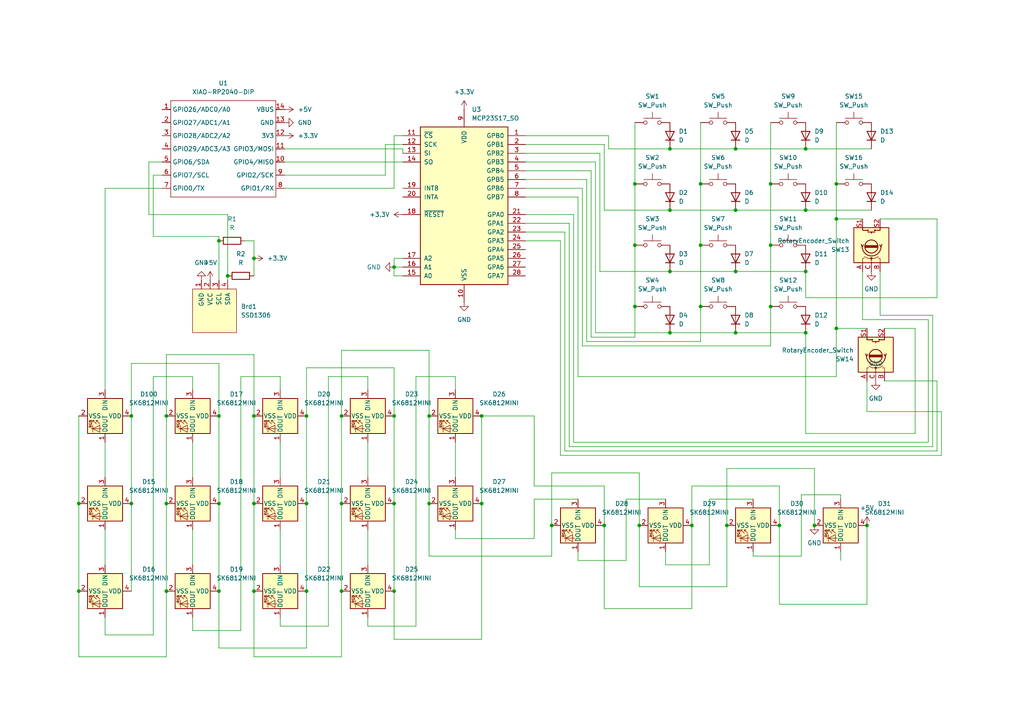
<source format=kicad_sch>
(kicad_sch (version 20231120) (generator "eeschema") (generator_version "8.0")
  (paper "A4")
  (lib_symbols
    (symbol "Device:D" (pin_numbers hide) (pin_names (offset 1.016) hide)
      (property "Reference" "D" (at 0 2.54 0))
      (property "Value" "D" (at 0 -2.54 0))
      (symbol "D_0_1"
        (polyline (pts (xy -1.27 1.27) (xy -1.27 -1.27)) (stroke (width 0.254)))
        (polyline (pts (xy 1.27 0) (xy -1.27 0)))
        (polyline (pts (xy 1.27 1.27) (xy 1.27 -1.27) (xy -1.27 0) (xy 1.27 1.27)) (stroke (width 0.254)))
      )
      (symbol "D_1_1"
        (pin passive line (at -3.81 0 0) (length 2.54) (name "K") (number "1"))
        (pin passive line (at 3.81 0 180) (length 2.54) (name "A") (number "2"))
      )
    )
    (symbol "Device:R" (pin_numbers hide) (pin_names (offset 0))
      (property "Reference" "R" (at 2.032 0 90))
      (property "Value" "R" (at 0 0 90))
      (symbol "R_0_1"
        (rectangle (start -1.016 -2.54) (end 1.016 2.54) (stroke (width 0.254)))
      )
      (symbol "R_1_1"
        (pin passive line (at 0 3.81 270) (length 1.27) (name "~") (number "1"))
        (pin passive line (at 0 -3.81 90) (length 1.27) (name "~") (number "2"))
      )
    )
    (symbol "Device:RotaryEncoder_Switch" (pin_names (offset 0.254) hide)
      (property "Reference" "SW" (at 0 6.604 0))
      (property "Value" "RotaryEncoder_Switch" (at 0 -6.604 0))
      (symbol "RotaryEncoder_Switch_0_1"
        (rectangle (start -5.08 5.08) (end 5.08 -5.08) (stroke (width 0.254)) (fill (type background)))
        (circle (center -3.81 0) (radius 0.254) (fill (type outline)))
        (circle (center -0.381 0) (radius 1.905) (stroke (width 0.254)))
        (arc (start -0.381 2.667) (mid -3.0988 -0.0635) (end -0.381 -2.794) (stroke (width 0.254)))
        (polyline (pts (xy -0.635 -1.778) (xy -0.635 1.778)) (stroke (width 0.254)))
        (polyline (pts (xy -0.381 -1.778) (xy -0.381 1.778)) (stroke (width 0.254)))
        (polyline (pts (xy -0.127 1.778) (xy -0.127 -1.778)) (stroke (width 0.254)))
        (polyline (pts (xy 3.81 0) (xy 3.429 0)) (stroke (width 0.254)))
        (polyline (pts (xy 3.81 1.016) (xy 3.81 -1.016)) (stroke (width 0.254)))
        (polyline (pts (xy -5.08 -2.54) (xy -3.81 -2.54) (xy -3.81 -2.032)))
        (polyline (pts (xy -5.08 2.54) (xy -3.81 2.54) (xy -3.81 2.032)))
        (polyline (pts (xy 0.254 -3.048) (xy -0.508 -2.794) (xy 0.127 -2.413)) (stroke (width 0.254)))
        (polyline (pts (xy 0.254 2.921) (xy -0.508 2.667) (xy 0.127 2.286)) (stroke (width 0.254)))
        (polyline (pts (xy 5.08 -2.54) (xy 4.318 -2.54) (xy 4.318 -1.016)) (stroke (width 0.254)))
        (polyline (pts (xy 5.08 2.54) (xy 4.318 2.54) (xy 4.318 1.016)) (stroke (width 0.254)))
        (polyline (pts (xy -5.08 0) (xy -3.81 0) (xy -3.81 -1.016) (xy -3.302 -2.032)))
        (polyline (pts (xy -4.318 0) (xy -3.81 0) (xy -3.81 1.016) (xy -3.302 2.032)))
        (circle (center 4.318 -1.016) (radius 0.127) (stroke (width 0.254)))
        (circle (center 4.318 1.016) (radius 0.127) (stroke (width 0.254)))
      )
      (symbol "RotaryEncoder_Switch_1_1"
        (pin passive line (at -7.62 2.54 0) (length 2.54) (name "A") (number "A"))
        (pin passive line (at -7.62 -2.54 0) (length 2.54) (name "B") (number "B"))
        (pin passive line (at -7.62 0 0) (length 2.54) (name "C") (number "C"))
        (pin passive line (at 7.62 2.54 180) (length 2.54) (name "S1") (number "S1"))
        (pin passive line (at 7.62 -2.54 180) (length 2.54) (name "S2") (number "S2"))
      )
    )
    (symbol "Interface_Expansion:MCP23S17_SO" (pin_names (offset 1.016))
      (property "Reference" "U" (at -11.43 24.13 0))
      (property "Value" "MCP23S17_SO" (at 0 0 0))
      (symbol "MCP23S17_SO_0_1"
        (rectangle (start -12.7 22.86) (end 12.7 -22.86) (stroke (width 0.254)) (fill (type background)))
      )
      (symbol "MCP23S17_SO_1_1"
        (pin bidirectional line (at 17.78 20.32 180) (length 5.08) (name "GPB0") (number "1"))
        (pin power_in line (at 0 -27.94 90) (length 5.08) (name "VSS") (number "10"))
        (pin input line (at -17.78 20.32 0) (length 5.08) (name "~{CS}") (number "11"))
        (pin input line (at -17.78 17.78 0) (length 5.08) (name "SCK") (number "12"))
        (pin input line (at -17.78 15.24 0) (length 5.08) (name "SI") (number "13"))
        (pin output line (at -17.78 12.7 0) (length 5.08) (name "SO") (number "14"))
        (pin input line (at -17.78 -20.32 0) (length 5.08) (name "A0") (number "15"))
        (pin input line (at -17.78 -17.78 0) (length 5.08) (name "A1") (number "16"))
        (pin input line (at -17.78 -15.24 0) (length 5.08) (name "A2") (number "17"))
        (pin input line (at -17.78 -2.54 0) (length 5.08) (name "~{RESET}") (number "18"))
        (pin tri_state line (at -17.78 5.08 0) (length 5.08) (name "INTB") (number "19"))
        (pin bidirectional line (at 17.78 17.78 180) (length 5.08) (name "GPB1") (number "2"))
        (pin tri_state line (at -17.78 2.54 0) (length 5.08) (name "INTA") (number "20"))
        (pin bidirectional line (at 17.78 -2.54 180) (length 5.08) (name "GPA0") (number "21"))
        (pin bidirectional line (at 17.78 -5.08 180) (length 5.08) (name "GPA1") (number "22"))
        (pin bidirectional line (at 17.78 -7.62 180) (length 5.08) (name "GPA2") (number "23"))
        (pin bidirectional line (at 17.78 -10.16 180) (length 5.08) (name "GPA3") (number "24"))
        (pin bidirectional line (at 17.78 -12.7 180) (length 5.08) (name "GPA4") (number "25"))
        (pin bidirectional line (at 17.78 -15.24 180) (length 5.08) (name "GPA5") (number "26"))
        (pin bidirectional line (at 17.78 -17.78 180) (length 5.08) (name "GPA6") (number "27"))
        (pin bidirectional line (at 17.78 -20.32 180) (length 5.08) (name "GPA7") (number "28"))
        (pin bidirectional line (at 17.78 15.24 180) (length 5.08) (name "GPB2") (number "3"))
        (pin bidirectional line (at 17.78 12.7 180) (length 5.08) (name "GPB3") (number "4"))
        (pin bidirectional line (at 17.78 10.16 180) (length 5.08) (name "GPB4") (number "5"))
        (pin bidirectional line (at 17.78 7.62 180) (length 5.08) (name "GPB5") (number "6"))
        (pin bidirectional line (at 17.78 5.08 180) (length 5.08) (name "GPB6") (number "7"))
        (pin bidirectional line (at 17.78 2.54 180) (length 5.08) (name "GPB7") (number "8"))
        (pin power_in line (at 0 27.94 270) (length 5.08) (name "VDD") (number "9"))
      )
    )
    (symbol "LED:SK6812MINI" (pin_names (offset 0.254))
      (property "Reference" "D" (at 5.08 5.715 0))
      (property "Value" "SK6812MINI" (at 1.27 -5.715 0))
      (symbol "SK6812MINI_0_0"
        (text "RGB" (at 2.286 -4.191 0) (effects (font (size 0.762 0.762))))
      )
      (symbol "SK6812MINI_0_1"
        (polyline (pts (xy 1.27 -3.556) (xy 1.778 -3.556)))
        (polyline (pts (xy 1.27 -2.54) (xy 1.778 -2.54)))
        (polyline (pts (xy 4.699 -3.556) (xy 2.667 -3.556)))
        (polyline (pts (xy 2.286 -2.54) (xy 1.27 -3.556) (xy 1.27 -3.048)))
        (polyline (pts (xy 2.286 -1.524) (xy 1.27 -2.54) (xy 1.27 -2.032)))
        (polyline (pts (xy 3.683 -1.016) (xy 3.683 -3.556) (xy 3.683 -4.064)))
        (polyline (pts (xy 4.699 -1.524) (xy 2.667 -1.524) (xy 3.683 -3.556) (xy 4.699 -1.524)))
        (rectangle (start 5.08 5.08) (end -5.08 -5.08) (stroke (width 0.254)) (fill (type background)))
      )
      (symbol "SK6812MINI_1_1"
        (pin output line (at 7.62 0 180) (length 2.54) (name "DOUT") (number "1"))
        (pin power_in line (at 0 -7.62 90) (length 2.54) (name "VSS") (number "2"))
        (pin input line (at -7.62 0 0) (length 2.54) (name "DIN") (number "3"))
        (pin power_in line (at 0 7.62 270) (length 2.54) (name "VDD") (number "4"))
      )
    )
    (symbol "OPL:XIAO-RP2040-DIP"
      (property "Reference" "U" (at 0 0 0))
      (property "Value" "XIAO-RP2040-DIP" (at 5.334 -1.778 0))
      (symbol "XIAO-RP2040-DIP_1_0"
        (polyline (pts (xy -1.27 -30.48) (xy -1.27 -16.51)) (stroke (width 0.1524)))
        (polyline (pts (xy -1.27 -27.94) (xy -2.54 -27.94)) (stroke (width 0.1524)))
        (polyline (pts (xy -1.27 -24.13) (xy -2.54 -24.13)) (stroke (width 0.1524)))
        (polyline (pts (xy -1.27 -20.32) (xy -2.54 -20.32)) (stroke (width 0.1524)))
        (polyline (pts (xy -1.27 -16.51) (xy -2.54 -16.51)) (stroke (width 0.1524)))
        (polyline (pts (xy -1.27 -16.51) (xy -1.27 -12.7)) (stroke (width 0.1524)))
        (polyline (pts (xy -1.27 -12.7) (xy -2.54 -12.7)) (stroke (width 0.1524)))
        (polyline (pts (xy -1.27 -12.7) (xy -1.27 -8.89)) (stroke (width 0.1524)))
        (polyline (pts (xy -1.27 -8.89) (xy -2.54 -8.89)) (stroke (width 0.1524)))
        (polyline (pts (xy -1.27 -8.89) (xy -1.27 -5.08)) (stroke (width 0.1524)))
        (polyline (pts (xy -1.27 -5.08) (xy -2.54 -5.08)) (stroke (width 0.1524)))
        (polyline (pts (xy -1.27 -5.08) (xy -1.27 -2.54)) (stroke (width 0.1524)))
        (polyline (pts (xy -1.27 -2.54) (xy 29.21 -2.54)) (stroke (width 0.1524)))
        (polyline (pts (xy 29.21 -30.48) (xy -1.27 -30.48)) (stroke (width 0.1524)))
        (polyline (pts (xy 29.21 -12.7) (xy 29.21 -30.48)) (stroke (width 0.1524)))
        (polyline (pts (xy 29.21 -8.89) (xy 29.21 -12.7)) (stroke (width 0.1524)))
        (polyline (pts (xy 29.21 -5.08) (xy 29.21 -8.89)) (stroke (width 0.1524)))
        (polyline (pts (xy 29.21 -2.54) (xy 29.21 -5.08)) (stroke (width 0.1524)))
        (polyline (pts (xy 30.48 -27.94) (xy 29.21 -27.94)) (stroke (width 0.1524)))
        (polyline (pts (xy 30.48 -24.13) (xy 29.21 -24.13)) (stroke (width 0.1524)))
        (polyline (pts (xy 30.48 -20.32) (xy 29.21 -20.32)) (stroke (width 0.1524)))
        (polyline (pts (xy 30.48 -16.51) (xy 29.21 -16.51)) (stroke (width 0.1524)))
        (polyline (pts (xy 30.48 -12.7) (xy 29.21 -12.7)) (stroke (width 0.1524)))
        (polyline (pts (xy 30.48 -8.89) (xy 29.21 -8.89)) (stroke (width 0.1524)))
        (polyline (pts (xy 30.48 -5.08) (xy 29.21 -5.08)) (stroke (width 0.1524)))
        (pin passive line (at -3.81 -5.08 0) (length 2.54) (name "GPIO26/ADC0/A0") (number "1"))
        (pin passive line (at 31.75 -20.32 180) (length 2.54) (name "GPIO4/MISO") (number "10"))
        (pin passive line (at 31.75 -16.51 180) (length 2.54) (name "GPIO3/MOSI") (number "11"))
        (pin passive line (at 31.75 -12.7 180) (length 2.54) (name "3V3") (number "12"))
        (pin passive line (at 31.75 -8.89 180) (length 2.54) (name "GND") (number "13"))
        (pin passive line (at 31.75 -5.08 180) (length 2.54) (name "VBUS") (number "14"))
        (pin passive line (at -3.81 -8.89 0) (length 2.54) (name "GPIO27/ADC1/A1") (number "2"))
        (pin passive line (at -3.81 -12.7 0) (length 2.54) (name "GPIO28/ADC2/A2") (number "3"))
        (pin passive line (at -3.81 -16.51 0) (length 2.54) (name "GPIO29/ADC3/A3") (number "4"))
        (pin passive line (at -3.81 -20.32 0) (length 2.54) (name "GPIO6/SDA") (number "5"))
        (pin passive line (at -3.81 -24.13 0) (length 2.54) (name "GPIO7/SCL") (number "6"))
        (pin passive line (at -3.81 -27.94 0) (length 2.54) (name "GPIO0/TX") (number "7"))
        (pin passive line (at 31.75 -27.94 180) (length 2.54) (name "GPIO1/RX") (number "8"))
        (pin passive line (at 31.75 -24.13 180) (length 2.54) (name "GPIO2/SCK") (number "9"))
      )
    )
    (symbol "Switch:SW_Push" (pin_numbers hide) (pin_names (offset 1.016) hide)
      (property "Reference" "SW" (at 1.27 2.54 0))
      (property "Value" "SW_Push" (at 0 -1.524 0))
      (symbol "SW_Push_0_1"
        (circle (center -2.032 0) (radius 0.508))
        (polyline (pts (xy 0 1.27) (xy 0 3.048)))
        (polyline (pts (xy 2.54 1.27) (xy -2.54 1.27)))
        (circle (center 2.032 0) (radius 0.508))
        (pin passive line (at -5.08 0 0) (length 2.54) (name "1") (number "1"))
        (pin passive line (at 5.08 0 180) (length 2.54) (name "2") (number "2"))
      )
    )
    (symbol "oled:SSD1306" (pin_names (offset 1.016))
      (property "Reference" "Brd" (at 0 -3.81 0))
      (property "Value" "SSD1306" (at 0 -1.27 0))
      (symbol "SSD1306_0_1"
        (rectangle (start -6.35 6.35) (end 6.35 -6.35) (fill (type background)))
      )
      (symbol "SSD1306_1_1"
        (pin input line (at -3.81 8.89 270) (length 2.54) (name "GND") (number "1"))
        (pin input line (at -1.27 8.89 270) (length 2.54) (name "VCC") (number "2"))
        (pin input line (at 1.27 8.89 270) (length 2.54) (name "SCL") (number "3"))
        (pin input line (at 3.81 8.89 270) (length 2.54) (name "SDA") (number "4"))
      )
    )
    (symbol "power:+3.3V" (power) (pin_numbers hide) (pin_names (offset 0) hide)
      (property "Value" "+3.3V" (at 0 3.556 0))
      (symbol "+3.3V_0_1"
        (polyline (pts (xy -0.762 1.27) (xy 0 2.54)))
        (polyline (pts (xy 0 0) (xy 0 2.54)))
        (polyline (pts (xy 0 2.54) (xy 0.762 1.27)))
      )
      (symbol "+3.3V_1_1"
        (pin power_in line (at 0 0 90) (length 0) (name "~") (number "1"))
      )
    )
    (symbol "power:+5V" (power) (pin_numbers hide) (pin_names (offset 0) hide)
      (property "Value" "+5V" (at 0 3.556 0))
      (symbol "+5V_0_1"
        (polyline (pts (xy -0.762 1.27) (xy 0 2.54)))
        (polyline (pts (xy 0 0) (xy 0 2.54)))
        (polyline (pts (xy 0 2.54) (xy 0.762 1.27)))
      )
      (symbol "+5V_1_1"
        (pin power_in line (at 0 0 90) (length 0) (name "~") (number "1"))
      )
    )
    (symbol "power:GND" (power) (pin_numbers hide) (pin_names (offset 0) hide)
      (property "Value" "GND" (at 0 -3.81 0))
      (symbol "GND_0_1"
        (polyline (pts (xy 0 0) (xy 0 -1.27) (xy 1.27 -1.27) (xy 0 -2.54) (xy -1.27 -1.27) (xy 0 -1.27)))
      )
      (symbol "GND_1_1"
        (pin power_in line (at 0 0 270) (length 0) (name "~") (number "1"))
      )
    )
  )
  (junction (at 213.36 43.18))
  (junction (at 88.9 120.65))
  (junction (at 63.5 146.05))
  (junction (at 22.86 171.45))
  (junction (at 114.3 146.05))
  (junction (at 73.66 171.45))
  (junction (at 184.15 53.34))
  (junction (at 242.57 53.34))
  (junction (at 99.06 171.45))
  (junction (at 194.31 96.52))
  (junction (at 203.2 71.12))
  (junction (at 184.15 88.9))
  (junction (at 251.46 152.4))
  (junction (at 73.66 120.65))
  (junction (at 114.3 120.65))
  (junction (at 203.2 88.9))
  (junction (at 213.36 96.52))
  (junction (at 242.57 95.25))
  (junction (at 114.3 77.47))
  (junction (at 73.66 146.05))
  (junction (at 210.82 152.4))
  (junction (at 233.68 60.96))
  (junction (at 73.66 74.93))
  (junction (at 233.68 43.18))
  (junction (at 226.06 152.4))
  (junction (at 63.5 69.85))
  (junction (at 139.7 120.65))
  (junction (at 233.68 78.74))
  (junction (at 194.31 60.96))
  (junction (at 124.46 146.05))
  (junction (at 184.15 71.12))
  (junction (at 22.86 146.05))
  (junction (at 223.52 71.12))
  (junction (at 139.7 146.05))
  (junction (at 124.46 120.65))
  (junction (at 114.3 171.45))
  (junction (at 236.22 152.4))
  (junction (at 66.04 80.01))
  (junction (at 213.36 60.96))
  (junction (at 242.57 63.5))
  (junction (at 88.9 146.05))
  (junction (at 213.36 78.74))
  (junction (at 63.5 171.45))
  (junction (at 48.26 120.65))
  (junction (at 194.31 43.18))
  (junction (at 88.9 171.45))
  (junction (at 63.5 120.65))
  (junction (at 160.02 152.4))
  (junction (at 223.52 53.34))
  (junction (at 233.68 96.52))
  (junction (at 48.26 171.45))
  (junction (at 48.26 146.05))
  (junction (at 185.42 152.4))
  (junction (at 99.06 120.65))
  (junction (at 194.31 78.74))
  (junction (at 99.06 146.05))
  (junction (at 223.52 88.9))
  (junction (at 200.66 152.4))
  (junction (at 38.1 120.65))
  (junction (at 38.1 146.05))
  (junction (at 175.26 152.4))
  (junction (at 203.2 53.34))
  (wire (pts (xy 38.1 105.41) (xy 63.5 105.41)))
  (wire (pts (xy 226.06 175.26) (xy 251.46 175.26)))
  (wire (pts (xy 223.52 53.34) (xy 223.52 71.12)))
  (wire (pts (xy 154.94 156.21) (xy 154.94 144.78)))
  (wire (pts (xy 236.22 135.89) (xy 236.22 152.4)))
  (wire (pts (xy 114.3 80.01) (xy 116.84 80.01)))
  (wire (pts (xy 233.68 125.73) (xy 233.68 96.52)))
  (wire (pts (xy 256.54 95.25) (xy 265.43 95.25)))
  (wire (pts (xy 88.9 187.96) (xy 88.9 171.45)))
  (wire (pts (xy 242.57 95.25) (xy 251.46 95.25)))
  (wire (pts (xy 194.31 78.74) (xy 173.99 78.74)))
  (wire (pts (xy 170.18 99.06) (xy 170.18 52.07)))
  (wire (pts (xy 82.55 43.18) (xy 116.84 43.18)))
  (wire (pts (xy 63.5 120.65) (xy 63.5 146.05)))
  (wire (pts (xy 205.74 144.78) (xy 218.44 144.78)))
  (wire (pts (xy 194.31 60.96) (xy 213.36 60.96)))
  (wire (pts (xy 185.42 152.4) (xy 185.42 170.18)))
  (wire (pts (xy 184.15 53.34) (xy 184.15 71.12)))
  (wire (pts (xy 270.51 91.44) (xy 270.51 129.54)))
  (wire (pts (xy 232.41 143.51) (xy 243.84 143.51)))
  (wire (pts (xy 223.52 35.56) (xy 223.52 53.34)))
  (wire (pts (xy 271.78 110.49) (xy 271.78 130.81)))
  (wire (pts (xy 66.04 62.23) (xy 43.18 62.23)))
  (wire (pts (xy 111.76 41.91) (xy 111.76 50.8)))
  (wire (pts (xy 69.85 109.22) (xy 81.28 109.22)))
  (wire (pts (xy 114.3 120.65) (xy 114.3 146.05)))
  (wire (pts (xy 194.31 78.74) (xy 213.36 78.74)))
  (wire (pts (xy 66.04 81.28) (xy 66.04 80.01)))
  (wire (pts (xy 168.91 54.61) (xy 152.4 54.61)))
  (wire (pts (xy 71.12 69.85) (xy 73.66 69.85)))
  (wire (pts (xy 114.3 146.05) (xy 114.3 171.45)))
  (wire (pts (xy 22.86 146.05) (xy 22.86 171.45)))
  (wire (pts (xy 223.52 100.33) (xy 168.91 100.33)))
  (wire (pts (xy 242.57 63.5) (xy 242.57 95.25)))
  (wire (pts (xy 48.26 120.65) (xy 48.26 102.87)))
  (wire (pts (xy 184.15 35.56) (xy 184.15 53.34)))
  (wire (pts (xy 242.57 63.5) (xy 250.19 63.5)))
  (wire (pts (xy 44.45 184.15) (xy 44.45 109.22)))
  (wire (pts (xy 270.51 129.54) (xy 165.1 129.54)))
  (wire (pts (xy 167.64 109.22) (xy 167.64 57.15)))
  (wire (pts (xy 48.26 102.87) (xy 73.66 102.87)))
  (wire (pts (xy 200.66 176.53) (xy 200.66 152.4)))
  (wire (pts (xy 114.3 77.47) (xy 116.84 77.47)))
  (wire (pts (xy 154.94 140.97) (xy 154.94 120.65)))
  (wire (pts (xy 232.41 161.29) (xy 232.41 143.51)))
  (wire (pts (xy 213.36 78.74) (xy 233.68 78.74)))
  (wire (pts (xy 242.57 95.25) (xy 242.57 109.22)))
  (wire (pts (xy 175.26 60.96) (xy 175.26 41.91)))
  (wire (pts (xy 265.43 95.25) (xy 265.43 125.73)))
  (wire (pts (xy 160.02 161.29) (xy 160.02 152.4)))
  (wire (pts (xy 124.46 146.05) (xy 124.46 161.29)))
  (wire (pts (xy 114.3 77.47) (xy 114.3 80.01)))
  (wire (pts (xy 38.1 171.45) (xy 38.1 146.05)))
  (wire (pts (xy 30.48 184.15) (xy 44.45 184.15)))
  (wire (pts (xy 95.25 109.22) (xy 106.68 109.22)))
  (wire (pts (xy 111.76 50.8) (xy 82.55 50.8)))
  (wire (pts (xy 30.48 179.07) (xy 30.48 184.15)))
  (wire (pts (xy 132.08 153.67) (xy 132.08 156.21)))
  (wire (pts (xy 30.48 128.27) (xy 30.48 138.43)))
  (wire (pts (xy 114.3 54.61) (xy 114.3 39.37)))
  (wire (pts (xy 55.88 109.22) (xy 55.88 113.03)))
  (wire (pts (xy 38.1 120.65) (xy 38.1 105.41)))
  (wire (pts (xy 48.26 146.05) (xy 48.26 120.65)))
  (wire (pts (xy 30.48 153.67) (xy 30.48 163.83)))
  (wire (pts (xy 22.86 171.45) (xy 22.86 190.5)))
  (wire (pts (xy 194.31 60.96) (xy 175.26 60.96)))
  (wire (pts (xy 81.28 153.67) (xy 81.28 163.83)))
  (wire (pts (xy 43.18 62.23) (xy 43.18 46.99)))
  (wire (pts (xy 116.84 41.91) (xy 111.76 41.91)))
  (wire (pts (xy 166.37 62.23) (xy 152.4 62.23)))
  (wire (pts (xy 124.46 101.6) (xy 124.46 120.65)))
  (wire (pts (xy 273.05 132.08) (xy 162.56 132.08)))
  (wire (pts (xy 165.1 129.54) (xy 165.1 64.77)))
  (wire (pts (xy 242.57 53.34) (xy 242.57 63.5)))
  (wire (pts (xy 73.66 69.85) (xy 73.66 74.93)))
  (wire (pts (xy 175.26 176.53) (xy 200.66 176.53)))
  (wire (pts (xy 226.06 152.4) (xy 226.06 175.26)))
  (wire (pts (xy 172.72 96.52) (xy 172.72 46.99)))
  (wire (pts (xy 81.28 181.61) (xy 95.25 181.61)))
  (wire (pts (xy 250.19 78.74) (xy 250.19 92.71)))
  (wire (pts (xy 194.31 43.18) (xy 176.53 43.18)))
  (wire (pts (xy 218.44 161.29) (xy 232.41 161.29)))
  (wire (pts (xy 193.04 160.02) (xy 193.04 163.83)))
  (wire (pts (xy 213.36 43.18) (xy 233.68 43.18)))
  (wire (pts (xy 106.68 179.07) (xy 106.68 181.61)))
  (wire (pts (xy 106.68 109.22) (xy 106.68 113.03)))
  (wire (pts (xy 55.88 128.27) (xy 55.88 138.43)))
  (wire (pts (xy 106.68 181.61) (xy 120.65 181.61)))
  (wire (pts (xy 184.15 71.12) (xy 184.15 88.9)))
  (wire (pts (xy 44.45 68.58) (xy 44.45 50.8)))
  (wire (pts (xy 251.46 119.38) (xy 273.05 119.38)))
  (wire (pts (xy 114.3 39.37) (xy 116.84 39.37)))
  (wire (pts (xy 82.55 46.99) (xy 116.84 46.99)))
  (wire (pts (xy 218.44 161.29) (xy 218.44 160.02)))
  (wire (pts (xy 38.1 146.05) (xy 38.1 120.65)))
  (wire (pts (xy 271.78 130.81) (xy 163.83 130.81)))
  (wire (pts (xy 69.85 182.88) (xy 69.85 109.22)))
  (wire (pts (xy 162.56 69.85) (xy 152.4 69.85)))
  (wire (pts (xy 43.18 46.99) (xy 46.99 46.99)))
  (wire (pts (xy 55.88 179.07) (xy 55.88 182.88)))
  (wire (pts (xy 139.7 185.42) (xy 139.7 146.05)))
  (wire (pts (xy 213.36 96.52) (xy 233.68 96.52)))
  (wire (pts (xy 171.45 97.79) (xy 171.45 49.53)))
  (wire (pts (xy 243.84 160.02) (xy 243.84 162.56)))
  (wire (pts (xy 203.2 71.12) (xy 203.2 88.9)))
  (wire (pts (xy 124.46 120.65) (xy 124.46 146.05)))
  (wire (pts (xy 233.68 60.96) (xy 252.73 60.96)))
  (wire (pts (xy 210.82 170.18) (xy 210.82 152.4)))
  (wire (pts (xy 242.57 35.56) (xy 242.57 53.34)))
  (wire (pts (xy 30.48 113.03) (xy 30.48 54.61)))
  (wire (pts (xy 120.65 181.61) (xy 120.65 109.22)))
  (wire (pts (xy 63.5 69.85) (xy 63.5 68.58)))
  (wire (pts (xy 273.05 119.38) (xy 273.05 132.08)))
  (wire (pts (xy 120.65 109.22) (xy 132.08 109.22)))
  (wire (pts (xy 88.9 146.05) (xy 88.9 120.65)))
  (wire (pts (xy 132.08 128.27) (xy 132.08 138.43)))
  (wire (pts (xy 242.57 109.22) (xy 167.64 109.22)))
  (wire (pts (xy 184.15 88.9) (xy 184.15 97.79)))
  (wire (pts (xy 22.86 190.5) (xy 48.26 190.5)))
  (wire (pts (xy 233.68 86.36) (xy 233.68 78.74)))
  (wire (pts (xy 184.15 97.79) (xy 171.45 97.79)))
  (wire (pts (xy 63.5 146.05) (xy 63.5 171.45)))
  (wire (pts (xy 95.25 181.61) (xy 95.25 109.22)))
  (wire (pts (xy 194.31 43.18) (xy 213.36 43.18)))
  (wire (pts (xy 194.31 96.52) (xy 172.72 96.52)))
  (wire (pts (xy 173.99 78.74) (xy 173.99 44.45)))
  (wire (pts (xy 88.9 171.45) (xy 88.9 146.05)))
  (wire (pts (xy 55.88 182.88) (xy 69.85 182.88)))
  (wire (pts (xy 213.36 60.96) (xy 233.68 60.96)))
  (wire (pts (xy 175.26 140.97) (xy 154.94 140.97)))
  (wire (pts (xy 73.66 74.93) (xy 73.66 80.01)))
  (wire (pts (xy 250.19 92.71) (xy 269.24 92.71)))
  (wire (pts (xy 172.72 46.99) (xy 152.4 46.99)))
  (wire (pts (xy 233.68 86.36) (xy 271.78 86.36)))
  (wire (pts (xy 139.7 146.05) (xy 139.7 120.65)))
  (wire (pts (xy 223.52 71.12) (xy 223.52 88.9)))
  (wire (pts (xy 269.24 92.71) (xy 269.24 128.27)))
  (wire (pts (xy 114.3 185.42) (xy 139.7 185.42)))
  (wire (pts (xy 243.84 143.51) (xy 243.84 144.78)))
  (wire (pts (xy 132.08 109.22) (xy 132.08 113.03)))
  (wire (pts (xy 124.46 161.29) (xy 160.02 161.29)))
  (wire (pts (xy 63.5 81.28) (xy 63.5 69.85)))
  (wire (pts (xy 175.26 152.4) (xy 175.26 140.97)))
  (wire (pts (xy 99.06 146.05) (xy 99.06 120.65)))
  (wire (pts (xy 210.82 135.89) (xy 236.22 135.89)))
  (wire (pts (xy 63.5 171.45) (xy 63.5 187.96)))
  (wire (pts (xy 73.66 102.87) (xy 73.66 120.65)))
  (wire (pts (xy 233.68 43.18) (xy 252.73 43.18)))
  (wire (pts (xy 173.99 44.45) (xy 152.4 44.45)))
  (wire (pts (xy 63.5 105.41) (xy 63.5 120.65)))
  (wire (pts (xy 81.28 128.27) (xy 81.28 138.43)))
  (wire (pts (xy 63.5 187.96) (xy 88.9 187.96)))
  (wire (pts (xy 255.27 91.44) (xy 270.51 91.44)))
  (wire (pts (xy 176.53 39.37) (xy 152.4 39.37)))
  (wire (pts (xy 203.2 35.56) (xy 203.2 53.34)))
  (wire (pts (xy 167.64 57.15) (xy 152.4 57.15)))
  (wire (pts (xy 251.46 110.49) (xy 251.46 119.38)))
  (wire (pts (xy 55.88 153.67) (xy 55.88 163.83)))
  (wire (pts (xy 256.54 110.49) (xy 271.78 110.49)))
  (wire (pts (xy 160.02 137.16) (xy 185.42 137.16)))
  (wire (pts (xy 203.2 88.9) (xy 203.2 99.06)))
  (wire (pts (xy 226.06 140.97) (xy 226.06 152.4)))
  (wire (pts (xy 271.78 63.5) (xy 271.78 86.36)))
  (wire (pts (xy 181.61 144.78) (xy 193.04 144.78)))
  (wire (pts (xy 200.66 152.4) (xy 200.66 140.97)))
  (wire (pts (xy 251.46 175.26) (xy 251.46 152.4)))
  (wire (pts (xy 63.5 68.58) (xy 44.45 68.58)))
  (wire (pts (xy 255.27 78.74) (xy 255.27 91.44)))
  (wire (pts (xy 185.42 170.18) (xy 210.82 170.18)))
  (wire (pts (xy 168.91 100.33) (xy 168.91 54.61)))
  (wire (pts (xy 82.55 54.61) (xy 114.3 54.61)))
  (wire (pts (xy 99.06 171.45) (xy 99.06 146.05)))
  (wire (pts (xy 132.08 156.21) (xy 154.94 156.21)))
  (wire (pts (xy 205.74 163.83) (xy 205.74 144.78)))
  (wire (pts (xy 48.26 171.45) (xy 48.26 146.05)))
  (wire (pts (xy 176.53 43.18) (xy 176.53 39.37)))
  (wire (pts (xy 194.31 96.52) (xy 213.36 96.52)))
  (wire (pts (xy 167.64 162.56) (xy 181.61 162.56)))
  (wire (pts (xy 44.45 109.22) (xy 55.88 109.22)))
  (wire (pts (xy 154.94 120.65) (xy 139.7 120.65)))
  (wire (pts (xy 22.86 120.65) (xy 22.86 146.05)))
  (wire (pts (xy 223.52 88.9) (xy 223.52 100.33)))
  (wire (pts (xy 175.26 152.4) (xy 175.26 176.53)))
  (wire (pts (xy 81.28 179.07) (xy 81.28 181.61)))
  (wire (pts (xy 154.94 144.78) (xy 167.64 144.78)))
  (wire (pts (xy 73.66 171.45) (xy 73.66 190.5)))
  (wire (pts (xy 163.83 67.31) (xy 152.4 67.31)))
  (wire (pts (xy 81.28 109.22) (xy 81.28 113.03)))
  (wire (pts (xy 165.1 64.77) (xy 152.4 64.77)))
  (wire (pts (xy 193.04 163.83) (xy 205.74 163.83)))
  (wire (pts (xy 163.83 130.81) (xy 163.83 67.31)))
  (wire (pts (xy 203.2 99.06) (xy 170.18 99.06)))
  (wire (pts (xy 114.3 171.45) (xy 114.3 185.42)))
  (wire (pts (xy 88.9 120.65) (xy 88.9 106.68)))
  (wire (pts (xy 114.3 74.93) (xy 116.84 74.93)))
  (wire (pts (xy 166.37 128.27) (xy 166.37 62.23)))
  (wire (pts (xy 185.42 137.16) (xy 185.42 152.4)))
  (wire (pts (xy 167.64 160.02) (xy 167.64 162.56)))
  (wire (pts (xy 88.9 106.68) (xy 114.3 106.68)))
  (wire (pts (xy 99.06 120.65) (xy 99.06 101.6)))
  (wire (pts (xy 48.26 190.5) (xy 48.26 171.45)))
  (wire (pts (xy 73.66 120.65) (xy 73.66 146.05)))
  (wire (pts (xy 99.06 101.6) (xy 124.46 101.6)))
  (wire (pts (xy 114.3 77.47) (xy 114.3 74.93)))
  (wire (pts (xy 171.45 49.53) (xy 152.4 49.53)))
  (wire (pts (xy 30.48 54.61) (xy 46.99 54.61)))
  (wire (pts (xy 269.24 128.27) (xy 166.37 128.27)))
  (wire (pts (xy 106.68 153.67) (xy 106.68 163.83)))
  (wire (pts (xy 73.66 146.05) (xy 73.66 171.45)))
  (wire (pts (xy 114.3 106.68) (xy 114.3 120.65)))
  (wire (pts (xy 73.66 190.5) (xy 99.06 190.5)))
  (wire (pts (xy 160.02 152.4) (xy 160.02 137.16)))
  (wire (pts (xy 210.82 152.4) (xy 210.82 135.89)))
  (wire (pts (xy 99.06 190.5) (xy 99.06 171.45)))
  (wire (pts (xy 181.61 162.56) (xy 181.61 144.78)))
  (wire (pts (xy 116.84 43.18) (xy 116.84 44.45)))
  (wire (pts (xy 255.27 63.5) (xy 271.78 63.5)))
  (wire (pts (xy 162.56 132.08) (xy 162.56 69.85)))
  (wire (pts (xy 44.45 50.8) (xy 46.99 50.8)))
  (wire (pts (xy 265.43 125.73) (xy 233.68 125.73)))
  (wire (pts (xy 106.68 128.27) (xy 106.68 138.43)))
  (wire (pts (xy 175.26 41.91) (xy 152.4 41.91)))
  (wire (pts (xy 203.2 53.34) (xy 203.2 71.12)))
  (wire (pts (xy 66.04 80.01) (xy 66.04 62.23)))
  (wire (pts (xy 200.66 140.97) (xy 226.06 140.97)))
  (wire (pts (xy 170.18 52.07) (xy 152.4 52.07)))
  (symbol (lib_id "Switch:SW_Push") (at 247.65 35.56 0) (unit 1)
    (property "Reference" "SW15" (at 247.65 27.94 0))
    (property "Value" "SW_Push" (at 247.65 30.48 0))
    (property "Footprint" "Button_Switch_Keyboard:SW_Cherry_MX_1.00u_PCB" (effects (hide yes)))
    (property "Description" "Push button switch, generic, two pins" (effects (hide yes)))
  )
  (symbol (lib_id "Device:D") (at 194.31 92.71 90) (unit 1)
    (property "Reference" "D4" (at 196.85 91.4399 90) (effects (justify right)))
    (property "Value" "D" (at 196.85 93.9799 90) (effects (justify right)))
    (property "Footprint" "Diode_THT:D_DO-35_SOD27_P7.62mm_Horizontal" (effects (hide yes)))
    (property "Description" "Diode" (effects (hide yes)))
    (property "Sim.Device" "D" (effects (hide yes)))
    (property "Sim.Pins" "1=K 2=A" (effects (hide yes)))
  )
  (symbol (lib_id "OPL:XIAO-RP2040-DIP") (at 50.8 26.67 0) (unit 1)
    (property "Reference" "U1" (at 64.77 24.13 0))
    (property "Value" "XIAO-RP2040-DIP" (at 64.77 26.67 0))
    (property "Footprint" "OPL:XIAO-RP2040-DIP" (effects (hide yes)))
  )
  (symbol (lib_id "Switch:SW_Push") (at 208.28 35.56 0) (unit 1)
    (property "Reference" "SW5" (at 208.28 27.94 0))
    (property "Value" "SW_Push" (at 208.28 30.48 0))
    (property "Footprint" "Button_Switch_Keyboard:SW_Cherry_MX_1.00u_PCB" (effects (hide yes)))
    (property "Description" "Push button switch, generic, two pins" (effects (hide yes)))
  )
  (symbol (lib_id "LED:SK6812MINI") (at 30.48 171.45 270) (unit 1)
    (property "Reference" "D16" (at 43.18 165.1314 90))
    (property "Value" "SK6812MINI" (at 43.18 167.6714 90))
    (property "Footprint" "led:SK6812MINI-E" (effects (hide yes)))
    (property "Datasheet" "https://cdn-shop.adafruit.com/product-files/2686/SK6812MINI_REV.01-1-2.pdf" (effects (hide yes)))
    (property "Description" "RGB LED with integrated controller" (effects (hide yes)))
  )
  (symbol (lib_id "LED:SK6812MINI") (at 132.08 120.65 270) (unit 1)
    (property "Reference" "D26" (at 144.78 114.3314 90))
    (property "Value" "SK6812MINI" (at 144.78 116.8714 90))
    (property "Footprint" "led:SK6812MINI-E" (effects (hide yes)))
    (property "Datasheet" "https://cdn-shop.adafruit.com/product-files/2686/SK6812MINI_REV.01-1-2.pdf" (effects (hide yes)))
    (property "Description" "RGB LED with integrated controller" (effects (hide yes)))
  )
  (symbol (lib_id "LED:SK6812MINI") (at 30.48 120.65 270) (unit 1)
    (property "Reference" "D100" (at 43.18 114.3314 90))
    (property "Value" "SK6812MINI" (at 43.18 116.8714 90))
    (property "Footprint" "led:SK6812MINI-E" (effects (hide yes)))
    (property "Datasheet" "https://cdn-shop.adafruit.com/product-files/2686/SK6812MINI_REV.01-1-2.pdf" (effects (hide yes)))
    (property "Description" "RGB LED with integrated controller" (effects (hide yes)))
  )
  (symbol (lib_id "oled:SSD1306") (at 62.23 90.17 0) (unit 1)
    (property "Reference" "Brd1" (at 69.85 88.8999 0) (effects (justify left)))
    (property "Value" "SSD1306" (at 69.85 91.4399 0) (effects (justify left)))
    (property "Footprint" "oled:128x64OLED" (effects (hide yes)))
    (property "Description" "SSD1306 OLED" (effects (hide yes)))
  )
  (symbol (lib_id "LED:SK6812MINI") (at 30.48 146.05 270) (unit 1)
    (property "Reference" "D15" (at 43.18 139.7314 90))
    (property "Value" "SK6812MINI" (at 43.18 142.2714 90))
    (property "Footprint" "led:SK6812MINI-E" (effects (hide yes)))
    (property "Datasheet" "https://cdn-shop.adafruit.com/product-files/2686/SK6812MINI_REV.01-1-2.pdf" (effects (hide yes)))
    (property "Description" "RGB LED with integrated controller" (effects (hide yes)))
  )
  (symbol (lib_id "power:+3.3V") (at 134.62 31.75 0) (unit 1)
    (property "Reference" "#PWR08" (effects (hide yes)))
    (property "Value" "+3.3V" (at 134.62 26.67 0))
    (property "Description" "Power symbol creates a global label with name \"+3.3V\"" (effects (hide yes)))
  )
  (symbol (lib_id "Switch:SW_Push") (at 189.23 35.56 0) (unit 1)
    (property "Reference" "SW1" (at 189.23 27.94 0))
    (property "Value" "SW_Push" (at 189.23 30.48 0))
    (property "Footprint" "Button_Switch_Keyboard:SW_Cherry_MX_1.00u_PCB" (effects (hide yes)))
    (property "Description" "Push button switch, generic, two pins" (effects (hide yes)))
  )
  (symbol (lib_id "LED:SK6812MINI") (at 243.84 152.4 270) (unit 1)
    (property "Reference" "D31" (at 256.54 146.0814 90))
    (property "Value" "SK6812MINI" (at 256.54 148.6214 90))
    (property "Footprint" "led:SK6812MINI-E" (effects (hide yes)))
    (property "Datasheet" "https://cdn-shop.adafruit.com/product-files/2686/SK6812MINI_REV.01-1-2.pdf" (effects (hide yes)))
    (property "Description" "RGB LED with integrated controller" (effects (hide yes)))
  )
  (symbol (lib_id "power:+5V") (at 251.46 152.4 0) (unit 1)
    (property "Reference" "#PWR015" (effects (hide yes)))
    (property "Value" "+5V" (at 251.46 147.32 0))
    (property "Description" "Power symbol creates a global label with name \"+5V\"" (effects (hide yes)))
  )
  (symbol (lib_id "Device:D") (at 213.36 57.15 90) (unit 1)
    (property "Reference" "D6" (at 215.9 55.8799 90) (effects (justify right)))
    (property "Value" "D" (at 215.9 58.4199 90) (effects (justify right)))
    (property "Footprint" "Diode_THT:D_DO-35_SOD27_P7.62mm_Horizontal" (effects (hide yes)))
    (property "Description" "Diode" (effects (hide yes)))
    (property "Sim.Device" "D" (effects (hide yes)))
    (property "Sim.Pins" "1=K 2=A" (effects (hide yes)))
  )
  (symbol (lib_id "LED:SK6812MINI") (at 193.04 152.4 270) (unit 1)
    (property "Reference" "D29" (at 205.74 146.0814 90))
    (property "Value" "SK6812MINI" (at 205.74 148.6214 90))
    (property "Footprint" "led:SK6812MINI-E" (effects (hide yes)))
    (property "Datasheet" "https://cdn-shop.adafruit.com/product-files/2686/SK6812MINI_REV.01-1-2.pdf" (effects (hide yes)))
    (property "Description" "RGB LED with integrated controller" (effects (hide yes)))
  )
  (symbol (lib_id "Device:D") (at 233.68 57.15 90) (unit 1)
    (property "Reference" "D10" (at 236.22 55.8799 90) (effects (justify right)))
    (property "Value" "D" (at 236.22 58.4199 90) (effects (justify right)))
    (property "Footprint" "Diode_THT:D_DO-35_SOD27_P7.62mm_Horizontal" (effects (hide yes)))
    (property "Description" "Diode" (effects (hide yes)))
    (property "Sim.Device" "D" (effects (hide yes)))
    (property "Sim.Pins" "1=K 2=A" (effects (hide yes)))
  )
  (symbol (lib_id "Interface_Expansion:MCP23S17_SO") (at 134.62 59.69 0) (unit 1)
    (property "Reference" "U3" (at 136.8141 31.75 0) (effects (justify left)))
    (property "Value" "MCP23S17_SO" (at 136.8141 34.29 0) (effects (justify left)))
    (property "Footprint" "Package_SO:SOIC-28W_7.5x17.9mm_P1.27mm" (effects (hide yes)))
    (property "Datasheet" "http://ww1.microchip.com/downloads/en/DeviceDoc/20001952C.pdf" (effects (hide yes)))
    (property "Description" "16-bit I/O expander, SPI, interrupts, w pull-ups, SOIC-28" (effects (hide yes)))
  )
  (symbol (lib_id "Device:D") (at 213.36 39.37 90) (unit 1)
    (property "Reference" "D5" (at 215.9 38.0999 90) (effects (justify right)))
    (property "Value" "D" (at 215.9 40.6399 90) (effects (justify right)))
    (property "Footprint" "Diode_THT:D_DO-35_SOD27_P7.62mm_Horizontal" (effects (hide yes)))
    (property "Description" "Diode" (effects (hide yes)))
    (property "Sim.Device" "D" (effects (hide yes)))
    (property "Sim.Pins" "1=K 2=A" (effects (hide yes)))
  )
  (symbol (lib_id "LED:SK6812MINI") (at 106.68 146.05 270) (unit 1)
    (property "Reference" "D24" (at 119.38 139.7314 90))
    (property "Value" "SK6812MINI" (at 119.38 142.2714 90))
    (property "Footprint" "led:SK6812MINI-E" (effects (hide yes)))
    (property "Datasheet" "https://cdn-shop.adafruit.com/product-files/2686/SK6812MINI_REV.01-1-2.pdf" (effects (hide yes)))
    (property "Description" "RGB LED with integrated controller" (effects (hide yes)))
  )
  (symbol (lib_id "Device:D") (at 194.31 74.93 90) (unit 1)
    (property "Reference" "D3" (at 196.85 73.6599 90) (effects (justify right)))
    (property "Value" "D" (at 196.85 76.1999 90) (effects (justify right)))
    (property "Footprint" "Diode_THT:D_DO-35_SOD27_P7.62mm_Horizontal" (effects (hide yes)))
    (property "Description" "Diode" (effects (hide yes)))
    (property "Sim.Device" "D" (effects (hide yes)))
    (property "Sim.Pins" "1=K 2=A" (effects (hide yes)))
  )
  (symbol (lib_id "power:GND") (at 252.73 78.74 0) (unit 1)
    (property "Reference" "#PWR01" (effects (hide yes)))
    (property "Value" "GND" (at 252.73 83.82 0))
    (property "Description" "Power symbol creates a global label with name \"GND\" , ground" (effects (hide yes)))
  )
  (symbol (lib_id "Switch:SW_Push") (at 189.23 71.12 0) (unit 1)
    (property "Reference" "SW3" (at 189.23 63.5 0))
    (property "Value" "SW_Push" (at 189.23 66.04 0))
    (property "Footprint" "Button_Switch_Keyboard:SW_Cherry_MX_1.00u_PCB" (effects (hide yes)))
    (property "Description" "Push button switch, generic, two pins" (effects (hide yes)))
  )
  (symbol (lib_id "power:+3.3V") (at 82.55 39.37 270) (unit 1)
    (property "Reference" "#PWR013" (effects (hide yes)))
    (property "Value" "+3.3V" (at 86.36 39.3699 90) (effects (justify left)))
    (property "Description" "Power symbol creates a global label with name \"+3.3V\"" (effects (hide yes)))
  )
  (symbol (lib_id "Switch:SW_Push") (at 228.6 71.12 0) (unit 1)
    (property "Reference" "SW11" (at 228.6 63.5 0))
    (property "Value" "SW_Push" (at 228.6 66.04 0))
    (property "Footprint" "Button_Switch_Keyboard:SW_Cherry_MX_1.00u_PCB" (effects (hide yes)))
    (property "Description" "Push button switch, generic, two pins" (effects (hide yes)))
  )
  (symbol (lib_id "LED:SK6812MINI") (at 218.44 152.4 270) (unit 1)
    (property "Reference" "D30" (at 231.14 146.0814 90))
    (property "Value" "SK6812MINI" (at 231.14 148.6214 90))
    (property "Footprint" "led:SK6812MINI-E" (effects (hide yes)))
    (property "Datasheet" "https://cdn-shop.adafruit.com/product-files/2686/SK6812MINI_REV.01-1-2.pdf" (effects (hide yes)))
    (property "Description" "RGB LED with integrated controller" (effects (hide yes)))
  )
  (symbol (lib_id "Device:D") (at 213.36 92.71 90) (unit 1)
    (property "Reference" "D8" (at 215.9 91.4399 90) (effects (justify right)))
    (property "Value" "D" (at 215.9 93.9799 90) (effects (justify right)))
    (property "Footprint" "Diode_THT:D_DO-35_SOD27_P7.62mm_Horizontal" (effects (hide yes)))
    (property "Description" "Diode" (effects (hide yes)))
    (property "Sim.Device" "D" (effects (hide yes)))
    (property "Sim.Pins" "1=K 2=A" (effects (hide yes)))
  )
  (symbol (lib_id "power:GND") (at 58.42 81.28 180) (unit 1)
    (property "Reference" "#PWR05" (effects (hide yes)))
    (property "Value" "GND" (at 58.42 76.2 0))
    (property "Description" "Power symbol creates a global label with name \"GND\" , ground" (effects (hide yes)))
  )
  (symbol (lib_id "Device:D") (at 233.68 74.93 90) (unit 1)
    (property "Reference" "D11" (at 236.22 73.6599 90) (effects (justify right)))
    (property "Value" "D" (at 236.22 76.1999 90) (effects (justify right)))
    (property "Footprint" "Diode_THT:D_DO-35_SOD27_P7.62mm_Horizontal" (effects (hide yes)))
    (property "Description" "Diode" (effects (hide yes)))
    (property "Sim.Device" "D" (effects (hide yes)))
    (property "Sim.Pins" "1=K 2=A" (effects (hide yes)))
  )
  (symbol (lib_id "Switch:SW_Push") (at 189.23 88.9 0) (unit 1)
    (property "Reference" "SW4" (at 189.23 81.28 0))
    (property "Value" "SW_Push" (at 189.23 83.82 0))
    (property "Footprint" "Button_Switch_Keyboard:SW_Cherry_MX_1.00u_PCB" (effects (hide yes)))
    (property "Description" "Push button switch, generic, two pins" (effects (hide yes)))
  )
  (symbol (lib_id "Device:D") (at 252.73 57.15 90) (unit 1)
    (property "Reference" "D14" (at 255.27 55.8799 90) (effects (justify right)))
    (property "Value" "D" (at 255.27 58.4199 90) (effects (justify right)))
    (property "Footprint" "Diode_THT:D_DO-35_SOD27_P7.62mm_Horizontal" (effects (hide yes)))
    (property "Description" "Diode" (effects (hide yes)))
    (property "Sim.Device" "D" (effects (hide yes)))
    (property "Sim.Pins" "1=K 2=A" (effects (hide yes)))
  )
  (symbol (lib_id "power:GND") (at 254 100.33 0) (unit 1)
    (property "Reference" "#PWR02" (effects (hide yes)))
    (property "Value" "GND" (at 254 105.41 0))
    (property "Description" "Power symbol creates a global label with name \"GND\" , ground" (effects (hide yes)))
  )
  (symbol (lib_id "LED:SK6812MINI") (at 55.88 146.05 270) (unit 1)
    (property "Reference" "D18" (at 68.58 139.7314 90))
    (property "Value" "SK6812MINI" (at 68.58 142.2714 90))
    (property "Footprint" "led:SK6812MINI-E" (effects (hide yes)))
    (property "Datasheet" "https://cdn-shop.adafruit.com/product-files/2686/SK6812MINI_REV.01-1-2.pdf" (effects (hide yes)))
    (property "Description" "RGB LED with integrated controller" (effects (hide yes)))
  )
  (symbol (lib_id "Switch:SW_Push") (at 228.6 53.34 0) (unit 1)
    (property "Reference" "SW10" (at 228.6 45.72 0))
    (property "Value" "SW_Push" (at 228.6 48.26 0))
    (property "Footprint" "Button_Switch_Keyboard:SW_Cherry_MX_1.00u_PCB" (effects (hide yes)))
    (property "Description" "Push button switch, generic, two pins" (effects (hide yes)))
  )
  (symbol (lib_id "power:GND") (at 114.3 77.47 270) (unit 1)
    (property "Reference" "#PWR010" (effects (hide yes)))
    (property "Value" "GND" (at 110.49 77.4699 90) (effects (justify right)))
    (property "Description" "Power symbol creates a global label with name \"GND\" , ground" (effects (hide yes)))
  )
  (symbol (lib_id "power:GND") (at 134.62 87.63 0) (unit 1)
    (property "Reference" "#PWR07" (effects (hide yes)))
    (property "Value" "GND" (at 134.62 92.71 0))
    (property "Description" "Power symbol creates a global label with name \"GND\" , ground" (effects (hide yes)))
  )
  (symbol (lib_id "Device:RotaryEncoder_Switch") (at 252.73 71.12 90) (unit 1)
    (property "Reference" "SW13" (at 246.38 72.3901 90) (effects (justify left)))
    (property "Value" "RotaryEncoder_Switch" (at 246.38 69.8501 90) (effects (justify left)))
    (property "Footprint" "Rotary_Encoder:RotaryEncoder_Alps_EC11E-Switch_Vertical_H20mm_CircularMountingHoles" (effects (hide yes)))
    (property "Description" "Rotary encoder, dual channel, incremental quadrate outputs, with switch" (effects (hide yes)))
  )
  (symbol (lib_id "LED:SK6812MINI") (at 81.28 120.65 270) (unit 1)
    (property "Reference" "D20" (at 93.98 114.3314 90))
    (property "Value" "SK6812MINI" (at 93.98 116.8714 90))
    (property "Footprint" "led:SK6812MINI-E" (effects (hide yes)))
    (property "Datasheet" "https://cdn-shop.adafruit.com/product-files/2686/SK6812MINI_REV.01-1-2.pdf" (effects (hide yes)))
    (property "Description" "RGB LED with integrated controller" (effects (hide yes)))
  )
  (symbol (lib_id "LED:SK6812MINI") (at 81.28 146.05 270) (unit 1)
    (property "Reference" "D21" (at 93.98 139.7314 90))
    (property "Value" "SK6812MINI" (at 93.98 142.2714 90))
    (property "Footprint" "led:SK6812MINI-E" (effects (hide yes)))
    (property "Datasheet" "https://cdn-shop.adafruit.com/product-files/2686/SK6812MINI_REV.01-1-2.pdf" (effects (hide yes)))
    (property "Description" "RGB LED with integrated controller" (effects (hide yes)))
  )
  (symbol (lib_id "Device:D") (at 194.31 57.15 90) (unit 1)
    (property "Reference" "D2" (at 196.85 55.8799 90) (effects (justify right)))
    (property "Value" "D" (at 196.85 58.4199 90) (effects (justify right)))
    (property "Footprint" "Diode_THT:D_DO-35_SOD27_P7.62mm_Horizontal" (effects (hide yes)))
    (property "Description" "Diode" (effects (hide yes)))
    (property "Sim.Device" "D" (effects (hide yes)))
    (property "Sim.Pins" "1=K 2=A" (effects (hide yes)))
  )
  (symbol (lib_id "power:+3.3V") (at 116.84 62.23 90) (unit 1)
    (property "Reference" "#PWR09" (effects (hide yes)))
    (property "Value" "+3.3V" (at 113.03 62.2299 90) (effects (justify left)))
    (property "Description" "Power symbol creates a global label with name \"+3.3V\"" (effects (hide yes)))
  )
  (symbol (lib_id "Device:D") (at 213.36 74.93 90) (unit 1)
    (property "Reference" "D7" (at 215.9 73.6599 90) (effects (justify right)))
    (property "Value" "D" (at 215.9 76.1999 90) (effects (justify right)))
    (property "Footprint" "Diode_THT:D_DO-35_SOD27_P7.62mm_Horizontal" (effects (hide yes)))
    (property "Description" "Diode" (effects (hide yes)))
    (property "Sim.Device" "D" (effects (hide yes)))
    (property "Sim.Pins" "1=K 2=A" (effects (hide yes)))
  )
  (symbol (lib_id "power:+5V") (at 60.96 81.28 0) (unit 1)
    (property "Reference" "#PWR06" (effects (hide yes)))
    (property "Value" "+5V" (at 60.96 76.2 0))
    (property "Description" "Power symbol creates a global label with name \"+5V\"" (effects (hide yes)))
  )
  (symbol (lib_id "Device:D") (at 233.68 92.71 90) (unit 1)
    (property "Reference" "D12" (at 236.22 91.4399 90) (effects (justify right)))
    (property "Value" "D" (at 236.22 93.9799 90) (effects (justify right)))
    (property "Footprint" "Diode_THT:D_DO-35_SOD27_P7.62mm_Horizontal" (effects (hide yes)))
    (property "Description" "Diode" (effects (hide yes)))
    (property "Sim.Device" "D" (effects (hide yes)))
    (property "Sim.Pins" "1=K 2=A" (effects (hide yes)))
  )
  (symbol (lib_id "power:+3.3V") (at 73.66 74.93 270) (unit 1)
    (property "Reference" "#PWR011" (effects (hide yes)))
    (property "Value" "+3.3V" (at 77.47 74.9299 90) (effects (justify left)))
    (property "Description" "Power symbol creates a global label with name \"+3.3V\"" (effects (hide yes)))
  )
  (symbol (lib_id "Switch:SW_Push") (at 208.28 53.34 0) (unit 1)
    (property "Reference" "SW6" (at 208.28 45.72 0))
    (property "Value" "SW_Push" (at 208.28 48.26 0))
    (property "Footprint" "Button_Switch_Keyboard:SW_Cherry_MX_1.00u_PCB" (effects (hide yes)))
    (property "Description" "Push button switch, generic, two pins" (effects (hide yes)))
  )
  (symbol (lib_id "power:+5V") (at 82.55 31.75 270) (unit 1)
    (property "Reference" "#PWR012" (effects (hide yes)))
    (property "Value" "+5V" (at 86.36 31.7499 90) (effects (justify left)))
    (property "Description" "Power symbol creates a global label with name \"+5V\"" (effects (hide yes)))
  )
  (symbol (lib_id "power:GND") (at 236.22 152.4 0) (unit 1)
    (property "Reference" "#PWR014" (effects (hide yes)))
    (property "Value" "GND" (at 236.22 157.48 0))
    (property "Description" "Power symbol creates a global label with name \"GND\" , ground" (effects (hide yes)))
  )
  (symbol (lib_id "power:GND") (at 82.55 35.56 90) (unit 1)
    (property "Reference" "#PWR04" (effects (hide yes)))
    (property "Value" "GND" (at 86.36 35.5599 90) (effects (justify right)))
    (property "Description" "Power symbol creates a global label with name \"GND\" , ground" (effects (hide yes)))
  )
  (symbol (lib_id "Device:D") (at 233.68 39.37 90) (unit 1)
    (property "Reference" "D9" (at 236.22 38.0999 90) (effects (justify right)))
    (property "Value" "D" (at 236.22 40.6399 90) (effects (justify right)))
    (property "Footprint" "Diode_THT:D_DO-35_SOD27_P7.62mm_Horizontal" (effects (hide yes)))
    (property "Description" "Diode" (effects (hide yes)))
    (property "Sim.Device" "D" (effects (hide yes)))
    (property "Sim.Pins" "1=K 2=A" (effects (hide yes)))
  )
  (symbol (lib_id "Switch:SW_Push") (at 208.28 88.9 0) (unit 1)
    (property "Reference" "SW8" (at 208.28 81.28 0))
    (property "Value" "SW_Push" (at 208.28 83.82 0))
    (property "Footprint" "Button_Switch_Keyboard:SW_Cherry_MX_1.00u_PCB" (effects (hide yes)))
    (property "Description" "Push button switch, generic, two pins" (effects (hide yes)))
  )
  (symbol (lib_id "Device:R") (at 69.85 80.01 90) (unit 1)
    (property "Reference" "R2" (at 69.85 73.66 90))
    (property "Value" "R" (at 69.85 76.2 90))
    (property "Footprint" "Resistor_THT:R_Axial_DIN0204_L3.6mm_D1.6mm_P7.62mm_Horizontal" (effects (hide yes)))
    (property "Description" "Resistor" (effects (hide yes)))
  )
  (symbol (lib_id "Switch:SW_Push") (at 208.28 71.12 0) (unit 1)
    (property "Reference" "SW7" (at 208.28 63.5 0))
    (property "Value" "SW_Push" (at 208.28 66.04 0))
    (property "Footprint" "Button_Switch_Keyboard:SW_Cherry_MX_1.00u_PCB" (effects (hide yes)))
    (property "Description" "Push button switch, generic, two pins" (effects (hide yes)))
  )
  (symbol (lib_id "power:GND") (at 254 110.49 0) (unit 1)
    (property "Reference" "#PWR03" (effects (hide yes)))
    (property "Value" "GND" (at 254 115.57 0))
    (property "Description" "Power symbol creates a global label with name \"GND\" , ground" (effects (hide yes)))
  )
  (symbol (lib_id "LED:SK6812MINI") (at 55.88 120.65 270) (unit 1)
    (property "Reference" "D17" (at 68.58 114.3314 90))
    (property "Value" "SK6812MINI" (at 68.58 116.8714 90))
    (property "Footprint" "led:SK6812MINI-E" (effects (hide yes)))
    (property "Datasheet" "https://cdn-shop.adafruit.com/product-files/2686/SK6812MINI_REV.01-1-2.pdf" (effects (hide yes)))
    (property "Description" "RGB LED with integrated controller" (effects (hide yes)))
  )
  (symbol (lib_id "Switch:SW_Push") (at 228.6 35.56 0) (unit 1)
    (property "Reference" "SW9" (at 228.6 27.94 0))
    (property "Value" "SW_Push" (at 228.6 30.48 0))
    (property "Footprint" "Button_Switch_Keyboard:SW_Cherry_MX_1.00u_PCB" (effects (hide yes)))
    (property "Description" "Push button switch, generic, two pins" (effects (hide yes)))
  )
  (symbol (lib_id "Switch:SW_Push") (at 228.6 88.9 0) (unit 1)
    (property "Reference" "SW12" (at 228.6 81.28 0))
    (property "Value" "SW_Push" (at 228.6 83.82 0))
    (property "Footprint" "Button_Switch_Keyboard:SW_Cherry_MX_1.00u_PCB" (effects (hide yes)))
    (property "Description" "Push button switch, generic, two pins" (effects (hide yes)))
  )
  (symbol (lib_id "LED:SK6812MINI") (at 55.88 171.45 270) (unit 1)
    (property "Reference" "D19" (at 68.58 165.1314 90))
    (property "Value" "SK6812MINI" (at 68.58 167.6714 90))
    (property "Footprint" "led:SK6812MINI-E" (effects (hide yes)))
    (property "Datasheet" "https://cdn-shop.adafruit.com/product-files/2686/SK6812MINI_REV.01-1-2.pdf" (effects (hide yes)))
    (property "Description" "RGB LED with integrated controller" (effects (hide yes)))
  )
  (symbol (lib_id "Device:D") (at 194.31 39.37 90) (unit 1)
    (property "Reference" "D1" (at 196.85 38.0999 90) (effects (justify right)))
    (property "Value" "D" (at 196.85 40.6399 90) (effects (justify right)))
    (property "Footprint" "Diode_THT:D_DO-35_SOD27_P7.62mm_Horizontal" (effects (hide yes)))
    (property "Description" "Diode" (effects (hide yes)))
    (property "Sim.Device" "D" (effects (hide yes)))
    (property "Sim.Pins" "1=K 2=A" (effects (hide yes)))
  )
  (symbol (lib_id "LED:SK6812MINI") (at 81.28 171.45 270) (unit 1)
    (property "Reference" "D22" (at 93.98 165.1314 90))
    (property "Value" "SK6812MINI" (at 93.98 167.6714 90))
    (property "Footprint" "led:SK6812MINI-E" (effects (hide yes)))
    (property "Datasheet" "https://cdn-shop.adafruit.com/product-files/2686/SK6812MINI_REV.01-1-2.pdf" (effects (hide yes)))
    (property "Description" "RGB LED with integrated controller" (effects (hide yes)))
  )
  (symbol (lib_id "LED:SK6812MINI") (at 132.08 146.05 270) (unit 1)
    (property "Reference" "D27" (at 144.78 139.7314 90))
    (property "Value" "SK6812MINI" (at 144.78 142.2714 90))
    (property "Footprint" "led:SK6812MINI-E" (effects (hide yes)))
    (property "Datasheet" "https://cdn-shop.adafruit.com/product-files/2686/SK6812MINI_REV.01-1-2.pdf" (effects (hide yes)))
    (property "Description" "RGB LED with integrated controller" (effects (hide yes)))
  )
  (symbol (lib_id "LED:SK6812MINI") (at 106.68 120.65 270) (unit 1)
    (property "Reference" "D23" (at 119.38 114.3314 90))
    (property "Value" "SK6812MINI" (at 119.38 116.8714 90))
    (property "Footprint" "led:SK6812MINI-E" (effects (hide yes)))
    (property "Datasheet" "https://cdn-shop.adafruit.com/product-files/2686/SK6812MINI_REV.01-1-2.pdf" (effects (hide yes)))
    (property "Description" "RGB LED with integrated controller" (effects (hide yes)))
  )
  (symbol (lib_id "LED:SK6812MINI") (at 167.64 152.4 270) (unit 1)
    (property "Reference" "D28" (at 180.34 146.0814 90))
    (property "Value" "SK6812MINI" (at 180.34 148.6214 90))
    (property "Footprint" "led:SK6812MINI-E" (effects (hide yes)))
    (property "Datasheet" "https://cdn-shop.adafruit.com/product-files/2686/SK6812MINI_REV.01-1-2.pdf" (effects (hide yes)))
    (property "Description" "RGB LED with integrated controller" (effects (hide yes)))
  )
  (symbol (lib_id "LED:SK6812MINI") (at 106.68 171.45 270) (unit 1)
    (property "Reference" "D25" (at 119.38 165.1314 90))
    (property "Value" "SK6812MINI" (at 119.38 167.6714 90))
    (property "Footprint" "led:SK6812MINI-E" (effects (hide yes)))
    (property "Datasheet" "https://cdn-shop.adafruit.com/product-files/2686/SK6812MINI_REV.01-1-2.pdf" (effects (hide yes)))
    (property "Description" "RGB LED with integrated controller" (effects (hide yes)))
  )
  (symbol (lib_id "Device:D") (at 252.73 39.37 90) (unit 1)
    (property "Reference" "D13" (at 255.27 38.0999 90) (effects (justify right)))
    (property "Value" "D" (at 255.27 40.6399 90) (effects (justify right)))
    (property "Footprint" "Diode_THT:D_DO-35_SOD27_P7.62mm_Horizontal" (effects (hide yes)))
    (property "Description" "Diode" (effects (hide yes)))
    (property "Sim.Device" "D" (effects (hide yes)))
    (property "Sim.Pins" "1=K 2=A" (effects (hide yes)))
  )
  (symbol (lib_id "Switch:SW_Push") (at 189.23 53.34 0) (unit 1)
    (property "Reference" "SW2" (at 189.23 45.72 0))
    (property "Value" "SW_Push" (at 189.23 48.26 0))
    (property "Footprint" "Button_Switch_Keyboard:SW_Cherry_MX_1.00u_PCB" (effects (hide yes)))
    (property "Description" "Push button switch, generic, two pins" (effects (hide yes)))
  )
  (symbol (lib_id "Switch:SW_Push") (at 247.65 53.34 0) (unit 1)
    (property "Reference" "SW16" (at 247.65 45.72 0))
    (property "Value" "SW_Push" (at 247.65 48.26 0))
    (property "Footprint" "Button_Switch_Keyboard:SW_Cherry_MX_1.00u_PCB" (effects (hide yes)))
    (property "Description" "Push button switch, generic, two pins" (effects (hide yes)))
  )
  (symbol (lib_id "Device:RotaryEncoder_Switch") (at 254 102.87 90) (unit 1)
    (property "Reference" "SW14" (at 247.65 104.1401 90) (effects (justify left)))
    (property "Value" "RotaryEncoder_Switch" (at 247.65 101.6001 90) (effects (justify left)))
    (property "Footprint" "Rotary_Encoder:RotaryEncoder_Alps_EC11E-Switch_Vertical_H20mm_CircularMountingHoles" (effects (hide yes)))
    (property "Description" "Rotary encoder, dual channel, incremental quadrate outputs, with switch" (effects (hide yes)))
  )
  (symbol (lib_id "Device:R") (at 67.31 69.85 90) (unit 1)
    (property "Reference" "R1" (at 67.31 63.5 90))
    (property "Value" "R" (at 67.31 66.04 90))
    (property "Footprint" "Resistor_THT:R_Axial_DIN0204_L3.6mm_D1.6mm_P7.62mm_Horizontal" (effects (hide yes)))
    (property "Description" "Resistor" (effects (hide yes)))
  )
)
</source>
